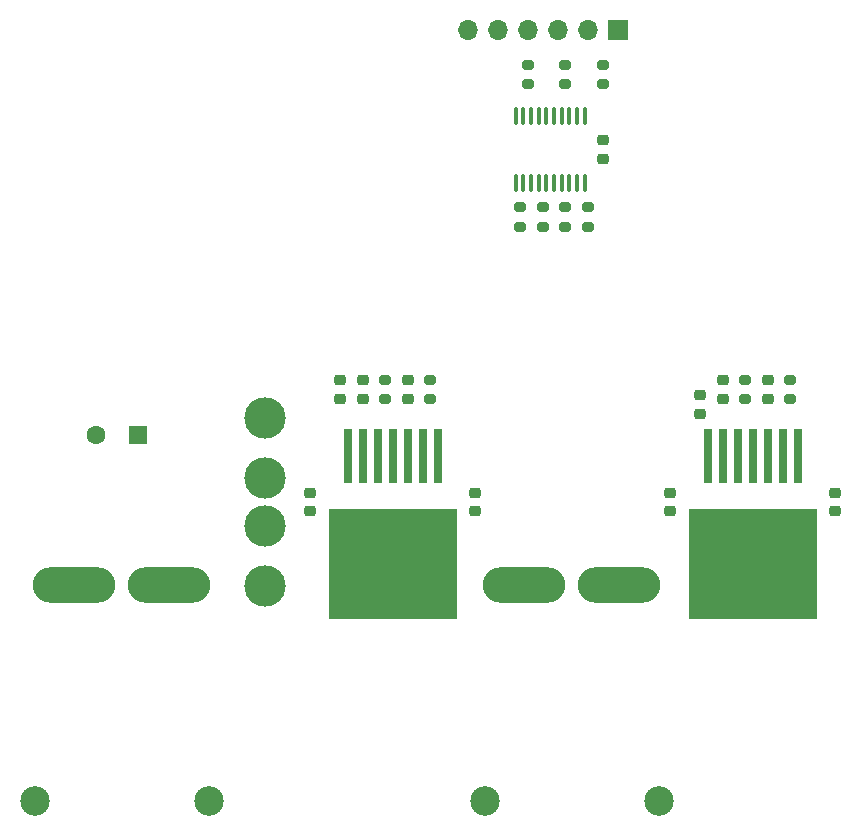
<source format=gbr>
%TF.GenerationSoftware,KiCad,Pcbnew,6.0.2+dfsg-1*%
%TF.CreationDate,2022-11-28T11:13:57-05:00*%
%TF.ProjectId,bts7960-clone-board,62747337-3936-4302-9d63-6c6f6e652d62,rev?*%
%TF.SameCoordinates,Original*%
%TF.FileFunction,Soldermask,Top*%
%TF.FilePolarity,Negative*%
%FSLAX46Y46*%
G04 Gerber Fmt 4.6, Leading zero omitted, Abs format (unit mm)*
G04 Created by KiCad (PCBNEW 6.0.2+dfsg-1) date 2022-11-28 11:13:57*
%MOMM*%
%LPD*%
G01*
G04 APERTURE LIST*
G04 Aperture macros list*
%AMRoundRect*
0 Rectangle with rounded corners*
0 $1 Rounding radius*
0 $2 $3 $4 $5 $6 $7 $8 $9 X,Y pos of 4 corners*
0 Add a 4 corners polygon primitive as box body*
4,1,4,$2,$3,$4,$5,$6,$7,$8,$9,$2,$3,0*
0 Add four circle primitives for the rounded corners*
1,1,$1+$1,$2,$3*
1,1,$1+$1,$4,$5*
1,1,$1+$1,$6,$7*
1,1,$1+$1,$8,$9*
0 Add four rect primitives between the rounded corners*
20,1,$1+$1,$2,$3,$4,$5,0*
20,1,$1+$1,$4,$5,$6,$7,0*
20,1,$1+$1,$6,$7,$8,$9,0*
20,1,$1+$1,$8,$9,$2,$3,0*%
G04 Aperture macros list end*
%ADD10RoundRect,0.225000X0.250000X-0.225000X0.250000X0.225000X-0.250000X0.225000X-0.250000X-0.225000X0*%
%ADD11RoundRect,0.200000X0.275000X-0.200000X0.275000X0.200000X-0.275000X0.200000X-0.275000X-0.200000X0*%
%ADD12R,1.700000X1.700000*%
%ADD13O,1.700000X1.700000*%
%ADD14RoundRect,0.225000X-0.250000X0.225000X-0.250000X-0.225000X0.250000X-0.225000X0.250000X0.225000X0*%
%ADD15R,0.800000X4.600000*%
%ADD16R,10.800000X9.400000*%
%ADD17C,2.500000*%
%ADD18O,7.000000X3.000000*%
%ADD19R,1.600000X1.600000*%
%ADD20C,1.600000*%
%ADD21RoundRect,0.100000X-0.100000X0.637500X-0.100000X-0.637500X0.100000X-0.637500X0.100000X0.637500X0*%
%ADD22C,3.500000*%
G04 APERTURE END LIST*
D10*
%TO.C,C11*%
X125730000Y-85865000D03*
X125730000Y-84315000D03*
%TD*%
D11*
%TO.C,R2*%
X102870000Y-49720000D03*
X102870000Y-48070000D03*
%TD*%
%TO.C,R7*%
X99060000Y-61785000D03*
X99060000Y-60135000D03*
%TD*%
D12*
%TO.C,J1*%
X107315000Y-45085000D03*
D13*
X104775000Y-45085000D03*
X102235000Y-45085000D03*
X99695000Y-45085000D03*
X97155000Y-45085000D03*
X94615000Y-45085000D03*
%TD*%
D14*
%TO.C,C9*%
X111760000Y-84315000D03*
X111760000Y-85865000D03*
%TD*%
D15*
%TO.C,Q2*%
X92075000Y-81220000D03*
X90805000Y-81220000D03*
X89535000Y-81220000D03*
X88265000Y-81220000D03*
X86995000Y-81220000D03*
X85725000Y-81220000D03*
X84455000Y-81220000D03*
D16*
X88265000Y-90370000D03*
%TD*%
D10*
%TO.C,C3*%
X116205000Y-76340000D03*
X116205000Y-74790000D03*
%TD*%
D17*
%TO.C,J2*%
X57999000Y-110423000D03*
X72731000Y-110423000D03*
D18*
X69302000Y-92135000D03*
X61301000Y-92135000D03*
%TD*%
D11*
%TO.C,R11*%
X87630000Y-76390000D03*
X87630000Y-74740000D03*
%TD*%
D10*
%TO.C,C4*%
X120015000Y-76340000D03*
X120015000Y-74790000D03*
%TD*%
D11*
%TO.C,R9*%
X121920000Y-76390000D03*
X121920000Y-74740000D03*
%TD*%
D10*
%TO.C,C12*%
X95250000Y-85865000D03*
X95250000Y-84315000D03*
%TD*%
D11*
%TO.C,R4*%
X104775000Y-61785000D03*
X104775000Y-60135000D03*
%TD*%
D10*
%TO.C,C5*%
X89535000Y-76340000D03*
X89535000Y-74790000D03*
%TD*%
D19*
%TO.C,C1*%
X66675000Y-79375000D03*
D20*
X63175000Y-79375000D03*
%TD*%
D15*
%TO.C,Q1*%
X122555000Y-81220000D03*
X121285000Y-81220000D03*
X120015000Y-81220000D03*
X118745000Y-81220000D03*
X117475000Y-81220000D03*
X116205000Y-81220000D03*
X114935000Y-81220000D03*
D16*
X118745000Y-90370000D03*
%TD*%
D14*
%TO.C,C10*%
X81280000Y-84315000D03*
X81280000Y-85865000D03*
%TD*%
D21*
%TO.C,U1*%
X104525000Y-52382500D03*
X103875000Y-52382500D03*
X103225000Y-52382500D03*
X102575000Y-52382500D03*
X101925000Y-52382500D03*
X101275000Y-52382500D03*
X100625000Y-52382500D03*
X99975000Y-52382500D03*
X99325000Y-52382500D03*
X98675000Y-52382500D03*
X98675000Y-58107500D03*
X99325000Y-58107500D03*
X99975000Y-58107500D03*
X100625000Y-58107500D03*
X101275000Y-58107500D03*
X101925000Y-58107500D03*
X102575000Y-58107500D03*
X103225000Y-58107500D03*
X103875000Y-58107500D03*
X104525000Y-58107500D03*
%TD*%
D11*
%TO.C,R8*%
X118110000Y-76390000D03*
X118110000Y-74740000D03*
%TD*%
D10*
%TO.C,C2*%
X106045000Y-56020000D03*
X106045000Y-54470000D03*
%TD*%
%TO.C,C6*%
X85725000Y-76340000D03*
X85725000Y-74790000D03*
%TD*%
D11*
%TO.C,R1*%
X106045000Y-49720000D03*
X106045000Y-48070000D03*
%TD*%
D22*
%TO.C,F1*%
X77470000Y-87120000D03*
X77470000Y-92200000D03*
X77470000Y-77980000D03*
X77470000Y-83060000D03*
%TD*%
D10*
%TO.C,C7*%
X83820000Y-76340000D03*
X83820000Y-74790000D03*
%TD*%
D11*
%TO.C,R10*%
X91440000Y-76390000D03*
X91440000Y-74740000D03*
%TD*%
%TO.C,R6*%
X100965000Y-61785000D03*
X100965000Y-60135000D03*
%TD*%
D17*
%TO.C,J3*%
X110831000Y-110423000D03*
X96099000Y-110423000D03*
D18*
X107402000Y-92135000D03*
X99401000Y-92135000D03*
%TD*%
D10*
%TO.C,C8*%
X114300000Y-77610000D03*
X114300000Y-76060000D03*
%TD*%
D11*
%TO.C,R3*%
X99695000Y-49720000D03*
X99695000Y-48070000D03*
%TD*%
%TO.C,R5*%
X102870000Y-61785000D03*
X102870000Y-60135000D03*
%TD*%
M02*

</source>
